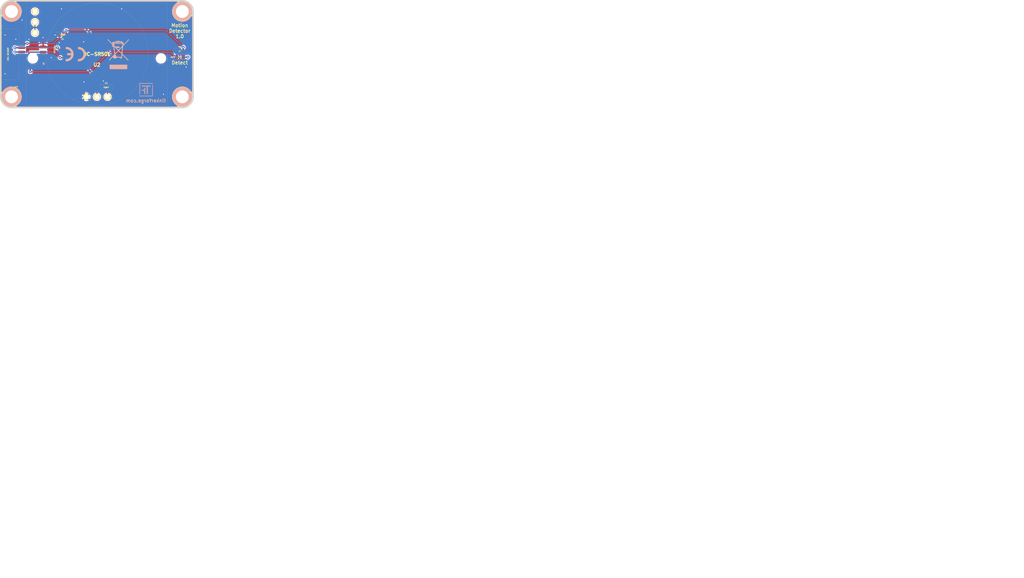
<source format=kicad_pcb>
(kicad_pcb (version 20221018) (generator pcbnew)
  (title_block (title "Motion Detector Bricklet") (rev "1.0") (company "Tinkerforge GmbH") (comment 1 "Licensed under CERN OHL v.1.1") (comment 2 "Copyright (©) 2013, B.Nordmeyer <bastian@tinkerforge.com>"))
  (layers (0 "F.Cu" signal "Vorderseite") (31 "B.Cu" signal "Rückseite") (34 "B.Paste" user) (35 "F.Paste" user) (36 "B.SilkS" user "B.Silkscreen") (37 "F.SilkS" user "F.Silkscreen") (38 "B.Mask" user) (39 "F.Mask" user) (44 "Edge.Cuts" user))
  (net 0 "")
  (net 1 "+5V")
  (net 2 "GND")
  (net 3 "N-0000010")
  (net 4 "N-0000013")
  (net 5 "N-0000014")
  (net 6 "N-000002")
  (net 7 "N-000003")
  (net 8 "N-000007")
  (net 9 "N-000009")
  (net 10 "VCC")
  (footprint "tinkerforge:SOIC8" (layer "F.Cu") (at 55.5 41.2 -90)
    (fp_text reference "U1" (at 3.29946 2.60096 270) (layer "F.SilkS") (effects (font (size 0.29972 0.29972) (thickness 0.0762))))
    (fp_text value "M24C64" (at 0 0 270) (layer "F.SilkS") (effects (font (size 0.29972 0.29972) (thickness 0.0762))))
    (pad "1" smd rect (at -1.90246 2.69748 90) (size 0.59944 1.5494) (layers "F.Cu" "F.Paste" "F.Mask") (net 2 "GND"))
    (pad "2" smd rect (at -0.63246 2.69748 90) (size 0.59944 1.5494) (layers "F.Cu" "F.Paste" "F.Mask") (net 2 "GND"))
    (pad "3" smd rect (at 0.63246 2.69748 90) (size 0.59944 1.5494) (layers "F.Cu" "F.Paste" "F.Mask") (net 8 "N-000007"))
    (pad "4" smd rect (at 1.90246 2.69748 90) (size 0.59944 1.5494) (layers "F.Cu" "F.Paste" "F.Mask") (net 2 "GND"))
    (pad "5" smd rect (at 1.90246 -2.69748 270) (size 0.59944 1.5494) (layers "F.Cu" "F.Paste" "F.Mask") (net 5 "N-0000014"))
    (pad "6" smd rect (at 0.63246 -2.69748 270) (size 0.59944 1.5494) (layers "F.Cu" "F.Paste" "F.Mask") (net 4 "N-0000013"))
    (pad "7" smd rect (at -0.63246 -2.69748 270) (size 0.59944 1.5494) (layers "F.Cu" "F.Paste" "F.Mask"))
    (pad "8" smd rect (at -1.90246 -2.69748 270) (size 0.59944 1.5494) (layers "F.Cu" "F.Paste" "F.Mask") (net 10 "VCC"))
  )
  (footprint "DRILL_NP" (layer "F.Cu") (at 85.4 32.3)
    (fp_text reference "U3" hide)
    (fp_text value "DRILL" hide)
    (pad "" thru_hole circle (at 0 0) (size 2.99974 2.99974) (drill 2.99974) (layers "*.Cu" "*.SilkS" "*.Mask") (clearance 0.89916))
  )
  (footprint "DRILL_NP" (layer "F.Cu") (at 45.4 52.3)
    (fp_text reference "U4" hide)
    (fp_text value "DRILL" hide)
    (pad "" thru_hole circle (at 0 0) (size 2.99974 2.99974) (drill 2.99974) (layers "*.Cu" "*.SilkS" "*.Mask") (clearance 0.89916))
  )
  (footprint "DRILL_NP" (layer "F.Cu") (at 45.4 32.3)
    (fp_text reference "U6" hide)
    (fp_text value "DRILL" hide)
    (pad "" thru_hole circle (at 0 0) (size 2.99974 2.99974) (drill 2.99974) (layers "*.Cu" "*.SilkS" "*.Mask") (clearance 0.89916))
  )
  (footprint "DRILL_NP" (layer "F.Cu") (at 85.4 52.3)
    (fp_text reference "U5" hide)
    (fp_text value "DRILL" hide)
    (pad "" thru_hole circle (at 0 0) (size 2.99974 2.99974) (drill 2.99974) (layers "*.Cu" "*.SilkS" "*.Mask") (clearance 0.89916))
  )
  (footprint "tinkerforge:CON-SENSOR" (layer "F.Cu") (at 43 42.3 -90)
    (fp_text reference "P1" (at 7.9502 -3.50012 270) (layer "F.SilkS") (effects (font (size 0.59944 0.59944) (thickness 0.12446))))
    (fp_text value "CON-SENSOR" (at 0 -1.6002 270) (layer "F.SilkS") (effects (font (size 0.29972 0.29972) (thickness 0.07112))))
    (pad "1" smd rect (at -4.50088 -4.7752 270) (size 0.59944 1.5494) (layers "F.Cu" "F.Paste" "F.Mask") (net 1 "+5V"))
    (pad "2" smd rect (at -3.50012 -4.7752 270) (size 0.59944 1.5494) (layers "F.Cu" "F.Paste" "F.Mask") (net 2 "GND"))
    (pad "3" smd rect (at -2.49936 -4.7752 270) (size 0.59944 1.5494) (layers "F.Cu" "F.Paste" "F.Mask") (net 10 "VCC"))
    (pad "4" smd rect (at -1.50114 -4.7752 270) (size 0.59944 1.5494) (layers "F.Cu" "F.Paste" "F.Mask") (net 4 "N-0000013"))
    (pad "5" smd rect (at -0.50038 -4.7752 270) (size 0.59944 1.5494) (layers "F.Cu" "F.Paste" "F.Mask") (net 5 "N-0000014"))
    (pad "6" smd rect (at 0.50038 -4.7752 270) (size 0.59944 1.5494) (layers "F.Cu" "F.Paste" "F.Mask") (net 8 "N-000007"))
    (pad "7" smd rect (at 1.50114 -4.7752 270) (size 0.59944 1.5494) (layers "F.Cu" "F.Paste" "F.Mask") (net 6 "N-000002"))
    (pad "8" smd rect (at 2.49936 -4.7752 270) (size 0.59944 1.5494) (layers "F.Cu" "F.Paste" "F.Mask") (net 9 "N-000009"))
    (pad "9" smd rect (at 3.50012 -4.7752 270) (size 0.59944 1.5494) (layers "F.Cu" "F.Paste" "F.Mask"))
    (pad "10" smd rect (at 4.50088 -4.7752 270) (size 0.59944 1.5494) (layers "F.Cu" "F.Paste" "F.Mask"))
    (pad "EP" smd rect (at -5.79882 -0.89916 270) (size 1.19888 1.80086) (layers "F.Cu" "F.Paste" "F.Mask") (net 2 "GND"))
    (pad "EP" smd rect (at 5.79882 -0.89916 270) (size 1.19888 1.80086) (layers "F.Cu" "F.Paste" "F.Mask") (net 2 "GND"))
  )
  (footprint "0603" (layer "F.Cu") (at 57.4 37.8 180)
    (fp_text reference "C1" (at 0 -1.00076 180) (layer "F.SilkS") (effects (font (size 0.29972 0.29972) (thickness 0.0762))))
    (fp_text value "100nF" (at 0 0 180) (layer "F.SilkS") (effects (font (size 0.29972 0.29972) (thickness 0.0762))))
    (pad "1" smd rect (at -0.8001 0 180) (size 0.8001 0.8001) (layers "F.Cu" "F.Paste" "F.Mask") (net 10 "VCC"))
    (pad "2" smd rect (at 0.8001 0 180) (size 0.8001 0.8001) (layers "F.Cu" "F.Paste" "F.Mask") (net 2 "GND"))
  )
  (footprint "0603" (layer "F.Cu") (at 84.8 41.6)
    (fp_text reference "R1" (at 0 -1.00076) (layer "F.SilkS") (effects (font (size 0.29972 0.29972) (thickness 0.0762))))
    (fp_text value "1k" (at 0 0) (layer "F.SilkS") (effects (font (size 0.29972 0.29972) (thickness 0.0762))))
    (pad "1" smd rect (at -0.8001 0) (size 0.8001 0.8001) (layers "F.Cu" "F.Paste" "F.Mask") (net 3 "N-0000010"))
    (pad "2" smd rect (at 0.8001 0) (size 0.8001 0.8001) (layers "F.Cu" "F.Paste" "F.Mask") (net 10 "VCC"))
  )
  (footprint "0603" (layer "F.Cu") (at 67.6 50.1)
    (fp_text reference "C2" (at 0 -1.00076) (layer "F.SilkS") (effects (font (size 0.29972 0.29972) (thickness 0.0762))))
    (fp_text value "100nF" (at 0 0) (layer "F.SilkS") (effects (font (size 0.29972 0.29972) (thickness 0.0762))))
    (pad "1" smd rect (at -0.8001 0) (size 0.8001 0.8001) (layers "F.Cu" "F.Paste" "F.Mask") (net 2 "GND"))
    (pad "2" smd rect (at 0.8001 0) (size 0.8001 0.8001) (layers "F.Cu" "F.Paste" "F.Mask") (net 1 "+5V"))
  )
  (footprint "tinkerforge:HC-SR501" (layer "F.Cu") (at 65.4 42.3)
    (fp_text reference "U2" (at 0 2.5) (layer "F.SilkS") (effects (font (size 0.8 0.8) (thickness 0.2))))
    (fp_text value "HC-SR501" (at 0 0) (layer "F.SilkS") (effects (font (size 0.8 0.8) (thickness 0.2))))
    (pad "" np_thru_hole circle (at -15 1) (size 2 2) (drill 2) (layers "*.Cu" "*.Mask" "F.SilkS"))
    (pad "" np_thru_hole circle (at 15 1) (size 2 2) (drill 2) (layers "*.Cu" "*.Mask" "F.SilkS"))
    (pad "1" thru_hole circle (at -14.5 -10) (size 1.5 1.5) (drill 0.9) (layers "*.Cu" "*.Mask" "F.SilkS"))
    (pad "2" thru_hole circle (at -14.5 -7.5) (size 1.5 1.5) (drill 0.9) (layers "*.Cu" "*.Mask" "F.SilkS") (net 7 "N-000003"))
    (pad "3" thru_hole circle (at -14.5 -5) (size 1.5 1.5) (drill 0.9) (layers "*.Cu" "*.Mask" "F.SilkS") (net 7 "N-000003"))
    (pad "4" thru_hole circle (at -2.5 10) (size 1.5 1.5) (drill 0.9) (layers "*.Cu" "*.Mask" "F.SilkS") (net 2 "GND"))
    (pad "5" thru_hole circle (at 0 10) (size 1.5 1.5) (drill 0.9) (layers "*.Cu" "*.Mask" "F.SilkS") (net 6 "N-000002"))
    (pad "6" thru_hole circle (at 2.5 10) (size 1.5 1.5) (drill 0.9) (layers "*.Cu" "*.Mask" "F.SilkS") (net 1 "+5V"))
  )
  (footprint "D0603" (layer "F.Cu") (at 84.8 43)
    (fp_text reference "D1" (at -1.82626 0.0254) (layer "F.SilkS") (effects (font (size 0.29972 0.29972) (thickness 0.0762))))
    (fp_text value "LED" (at 0.07366 -0.0762) (layer "F.SilkS") (effects (font (size 0.29972 0.29972) (thickness 0.0762))))
    (pad "1" smd rect (at -0.8001 0) (size 0.8001 0.8001) (layers "F.Cu" "F.Paste" "F.Mask") (net 3 "N-0000010"))
    (pad "2" smd rect (at 0.8001 0) (size 0.8001 0.8001) (layers "F.Cu" "F.Paste" "F.Mask") (net 9 "N-000009"))
  )
  (footprint "Fiducial_Mark" (layer "F.Cu") (at 50.4 52.3)
    (fp_text reference "Fiducial_Mark" hide)
    (fp_text value "VAL**" hide)
    (pad "1" smd circle (at 0 0) (size 1.00076 1.00076) (layers "F.Cu" "F.Mask") (clearance 0.65024))
  )
  (footprint "Fiducial_Mark" (layer "F.Cu") (at 80.4 32.3)
    (fp_text reference "Fiducial_Mark" hide)
    (fp_text value "VAL**" hide)
    (pad "1" smd circle (at 0 0) (size 1.00076 1.00076) (layers "F.Cu" "F.Mask") (clearance 0.65024))
  )
  (footprint "WEEE_7mm" (layer "B.Cu") (at 70.4 42.3)
    (fp_text reference "VAL" hide)
    (fp_text value "WEEE_7mm" hide)
  )
  (footprint "CE_5mm" (layer "B.Cu") (at 60.4 42.3 180)
    (fp_text reference "VAL" hide)
    (fp_text value "CE_5mm" hide)
  )
  (footprint "Logo_31x31m" (layer "B.Cu") (at 75.35 49.05)
    (fp_text reference "G***" hide)
    (fp_text value "LOGO" hide)
  )
  (gr_arc (start 85.4 29.8) (mid 87.167767 30.532233) (end 87.9 32.3) (stroke (width 0.381)) (layer "Edge.Cuts"))
  (gr_arc (start 42.9 32.3) (mid 43.632233 30.532233) (end 45.4 29.8) (stroke (width 0.381)) (layer "Edge.Cuts"))
  (gr_arc (start 45.4 54.8) (mid 43.632233 54.067767) (end 42.9 52.3) (stroke (width 0.381)) (layer "Edge.Cuts"))
  (gr_arc (start 87.9 52.3) (mid 87.167767 54.067767) (end 85.4 54.8) (stroke (width 0.381)) (layer "Edge.Cuts"))
  (gr_line (start 42.9 32.3) (end 42.9 52.3) (stroke (width 0.381)) (layer "Edge.Cuts"))
  (gr_line (start 87.9 52.3) (end 87.9 32.3) (stroke (width 0.381)) (layer "Edge.Cuts"))
  (gr_line (start 45.4 29.8) (end 85.3 29.8) (stroke (width 0.381)) (layer "Edge.Cuts"))
  (gr_line (start 45.4 54.8) (end 85.3 54.8) (stroke (width 0.381)) (layer "Edge.Cuts"))
  (gr_text "tinkerforge.com" (at 76.85 53.2) (layer "B.SilkS") (effects (font (size 0.8 0.8)) (justify mirror)))
  (gr_text "Motion\nDetector\n1.0" (at 84.8 36.85) (layer "F.SilkS") (effects (font (size 0.8 0.8))))
  (gr_text "Detect" (at 84.8 44.3) (layer "F.SilkS") (effects (font (size 0.8 0.8))))
  (segment (start 67.9 51.2) (end 68.4001 50.6999) (width 0.29972) (layer "F.Cu") (net 1))
  (segment (start 68.4001 50.6999) (end 68.4001 50.1) (width 0.29972) (layer "F.Cu") (net 1))
  (segment (start 47.7752 37.6248) (end 49.35 36.05) (width 0.29972) (layer "F.Cu") (net 1))
  (segment (start 49.35 36.05) (end 62.55 36.05) (width 0.29972) (layer "F.Cu") (net 1))
  (segment (start 62.55 36.05) (end 68.4001 41.9001) (width 0.29972) (layer "F.Cu") (net 1))
  (segment (start 68.4001 41.9001) (end 68.4001 50.1) (width 0.29972) (layer "F.Cu") (net 1))
  (segment (start 67.9 52.3) (end 67.9 51.2) (width 0.29972) (layer "F.Cu") (net 1))
  (segment (start 47.7752 37.79912) (end 47.7752 37.6248) (width 0.29972) (layer "F.Cu") (net 1))
  (segment (start 62.3999 51.7999) (end 62.9 52.3) (width 0.29972) (layer "F.Cu") (net 2))
  (segment (start 66.7999 48.7001) (end 66.9 48.6) (width 0.29972) (layer "F.Cu") (net 2))
  (segment (start 62.4 48.8) (end 62.3999 48.8001) (width 0.29972) (layer "F.Cu") (net 2))
  (segment (start 62.3999 48.8001) (end 62.3999 50.1) (width 0.29972) (layer "F.Cu") (net 2))
  (segment (start 52.80252 38.40252) (end 52.8 38.4) (width 0.29972) (layer "F.Cu") (net 2))
  (segment (start 55.6 37.8) (end 56.5999 37.8) (width 0.29972) (layer "F.Cu") (net 2))
  (segment (start 49.5 38.8) (end 49.49988 38.79988) (width 0.29972) (layer "F.Cu") (net 2))
  (segment (start 49.49988 38.79988) (end 47.7752 38.79988) (width 0.29972) (layer "F.Cu") (net 2))
  (segment (start 46.40012 38.79988) (end 46.4 38.8) (width 0.29972) (layer "F.Cu") (net 2))
  (segment (start 43.9 37.8) (end 43.89916 37.79916) (width 0.29972) (layer "F.Cu") (net 2))
  (segment (start 43.89916 37.79916) (end 43.89916 36.50118) (width 0.29972) (layer "F.Cu") (net 2))
  (segment (start 43.9 46.9) (end 43.89916 46.90084) (width 0.29972) (layer "F.Cu") (net 2))
  (segment (start 43.89916 46.90084) (end 43.89916 48.09882) (width 0.29972) (layer "F.Cu") (net 2))
  (segment (start 81 50.6) (end 86.3 45.3) (width 0.29972) (layer "F.Cu") (net 2))
  (segment (start 74.3 34.8) (end 71.2 31.7) (width 0.29972) (layer "F.Cu") (net 2))
  (segment (start 46.4 35.8) (end 47.9 34.3) (width 0.29972) (layer "F.Cu") (net 2))
  (segment (start 56.5999 39.5999) (end 56.6 39.6) (width 0.29972) (layer "F.Cu") (net 2))
  (segment (start 81 48) (end 82.3 46.7) (width 0.29972) (layer "F.Cu") (net 2))
  (segment (start 82.3 46.7) (end 82.3 35.7) (width 0.29972) (layer "F.Cu") (net 2))
  (segment (start 82.3 35.7) (end 83.2 34.8) (width 0.29972) (layer "F.Cu") (net 2))
  (segment (start 54.69754 43.10246) (end 54.7 43.1) (width 0.29972) (layer "F.Cu") (net 2))
  (segment (start 81 50.4) (end 81 48) (width 0.29972) (layer "F.Cu") (net 2))
  (segment (start 81 51.7) (end 81 50.6) (width 0.29972) (layer "F.Cu") (net 2))
  (segment (start 46.4 38.8) (end 46.4 35.8) (width 0.29972) (layer "F.Cu") (net 2))
  (segment (start 47.7752 38.79988) (end 46.40012 38.79988) (width 0.29972) (layer "F.Cu") (net 2))
  (segment (start 81 51.7) (end 81 50.4) (width 0.29972) (layer "F.Cu") (net 2))
  (segment (start 83.2 34.8) (end 74.3 34.8) (width 0.29972) (layer "F.Cu") (net 2))
  (segment (start 62.3999 50.1) (end 62.3999 51.7999) (width 0.29972) (layer "F.Cu") (net 2))
  (segment (start 56.5999 39.5999) (end 56.5999 37.8) (width 0.29972) (layer "F.Cu") (net 2))
  (segment (start 52.80252 39.29754) (end 52.80252 38.40252) (width 0.29972) (layer "F.Cu") (net 2))
  (segment (start 52.80252 43.10246) (end 54.69754 43.10246) (width 0.29972) (layer "F.Cu") (net 2))
  (segment (start 66.7999 50.1) (end 66.7999 48.7001) (width 0.29972) (layer "F.Cu") (net 2))
  (segment (start 52.80252 40.56754) (end 52.80252 39.29754) (width 0.29972) (layer "F.Cu") (net 2))
  (via (at 54.7 43.1) (size 0.70104) (drill 0.24892) (layers "F.Cu" "B.Cu") (net 2))
  (via (at 71.2 31.7) (size 0.70104) (drill 0.24892) (layers "F.Cu" "B.Cu") (net 2))
  (via (at 46.4 38.8) (size 0.70104) (drill 0.24892) (layers "F.Cu" "B.Cu") (net 2))
  (via (at 62.4 48.8) (size 0.70104) (drill 0.24892) (layers "F.Cu" "B.Cu") (net 2))
  (via (at 55.6 37.8) (size 0.70104) (drill 0.24892) (layers "F.Cu" "B.Cu") (net 2))
  (via (at 49.5 38.8) (size 0.70104) (drill 0.24892) (layers "F.Cu" "B.Cu") (net 2))
  (via (at 43.9 37.8) (size 0.70104) (drill 0.24892) (layers "F.Cu" "B.Cu") (net 2))
  (via (at 66.9 48.6) (size 0.70104) (drill 0.24892) (layers "F.Cu" "B.Cu") (net 2))
  (via (at 86.3 45.3) (size 0.70104) (drill 0.24892) (layers "F.Cu" "B.Cu") (net 2))
  (via (at 62.3 39.4) (size 0.70104) (drill 0.24892) (layers "F.Cu" "B.Cu") (net 2))
  (via (at 43.9 46.9) (size 0.70104) (drill 0.24892) (layers "F.Cu" "B.Cu") (net 2))
  (via (at 56.6 39.6) (size 0.70104) (drill 0.24892) (layers "F.Cu" "B.Cu") (net 2))
  (via (at 81 51.7) (size 0.70104) (drill 0.24892) (layers "F.Cu" "B.Cu") (net 2))
  (via (at 47.9 34.3) (size 0.70104) (drill 0.24892) (layers "F.Cu" "B.Cu") (net 2))
  (via (at 52.8 38.4) (size 0.70104) (drill 0.24892) (layers "F.Cu" "B.Cu") (net 2))
  (via (at 57.1 31.7) (size 0.70104) (drill 0.24892) (layers "F.Cu" "B.Cu") (net 2))
  (segment (start 66.9 48.6) (end 66.7 48.8) (width 0.29972) (layer "B.Cu") (net 2))
  (segment (start 66.7 48.8) (end 62.4 48.8) (width 0.29972) (layer "B.Cu") (net 2))
  (segment (start 52.8 38.4) (end 53.4 37.8) (width 0.29972) (layer "B.Cu") (net 2))
  (segment (start 53.4 37.8) (end 55.6 37.8) (width 0.29972) (layer "B.Cu") (net 2))
  (segment (start 52.6 38.4) (end 52.2 38.8) (width 0.29972) (layer "B.Cu") (net 2))
  (segment (start 52.2 38.8) (end 49.5 38.8) (width 0.29972) (layer "B.Cu") (net 2))
  (segment (start 46.4 38.8) (end 45.4 37.8) (width 0.29972) (layer "B.Cu") (net 2))
  (segment (start 45.4 37.8) (end 43.9 37.8) (width 0.29972) (layer "B.Cu") (net 2))
  (segment (start 46.5 46.9) (end 43.9 46.9) (width 0.29972) (layer "B.Cu") (net 2))
  (segment (start 51.9 52.3) (end 46.5 46.9) (width 0.29972) (layer "B.Cu") (net 2))
  (segment (start 77.9 48.6) (end 81 51.7) (width 0.29972) (layer "B.Cu") (net 2))
  (segment (start 71.2 31.7) (end 57.1 31.7) (width 0.29972) (layer "B.Cu") (net 2))
  (segment (start 62.1 39.6) (end 62.3 39.4) (width 0.29972) (layer "B.Cu") (net 2))
  (segment (start 54.7 43.1) (end 55.8 44.2) (width 0.29972) (layer "B.Cu") (net 2))
  (segment (start 55.8 44.2) (end 59.6 44.2) (width 0.29972) (layer "B.Cu") (net 2))
  (segment (start 59.6 44.2) (end 62.3 41.5) (width 0.29972) (layer "B.Cu") (net 2))
  (segment (start 62.3 41.5) (end 62.3 39.4) (width 0.29972) (layer "B.Cu") (net 2))
  (segment (start 43.9 37.8) (end 43.9 46.9) (width 0.29972) (layer "B.Cu") (net 2))
  (segment (start 56.6 39.6) (end 62.1 39.6) (width 0.29972) (layer "B.Cu") (net 2))
  (segment (start 66.9 48.6) (end 77.9 48.6) (width 0.29972) (layer "B.Cu") (net 2))
  (segment (start 52.8 38.4) (end 52.6 38.4) (width 0.29972) (layer "B.Cu") (net 2))
  (segment (start 62.9 52.3) (end 51.9 52.3) (width 0.29972) (layer "B.Cu") (net 2))
  (segment (start 83.9999 43) (end 83.9999 41.6) (width 0.29972) (layer "F.Cu") (net 3))
  (segment (start 57.23246 41.83246) (end 56.2 40.8) (width 0.29972) (layer "F.Cu") (net 4))
  (segment (start 46.2 40.8) (end 46.20114 40.79886) (width 0.29972) (layer "F.Cu") (net 4))
  (segment (start 46.20114 40.79886) (end 47.7752 40.79886) (width 0.29972) (layer "F.Cu") (net 4))
  (segment (start 58.19748 41.83246) (end 57.23246 41.83246) (width 0.29972) (layer "F.Cu") (net 4))
  (via (at 46.2 40.8) (size 0.70104) (drill 0.24892) (layers "F.Cu" "B.Cu") (net 4))
  (via (at 56.2 40.8) (size 0.70104) (drill 0.24892) (layers "F.Cu" "B.Cu") (net 4))
  (segment (start 56.2 40.8) (end 46.2 40.8) (width 0.29972) (layer "B.Cu") (net 4))
  (segment (start 56.80246 43.10246) (end 56.8 43.1) (width 0.29972) (layer "F.Cu") (net 5))
  (segment (start 46.2 41.8) (end 46.20038 41.79962) (width 0.29972) (layer "F.Cu") (net 5))
  (segment (start 46.20038 41.79962) (end 47.7752 41.79962) (width 0.29972) (layer "F.Cu") (net 5))
  (segment (start 58.19748 43.10246) (end 56.80246 43.10246) (width 0.29972) (layer "F.Cu") (net 5))
  (via (at 56.8 43.1) (size 0.70104) (drill 0.24892) (layers "F.Cu" "B.Cu") (net 5))
  (via (at 46.2 41.8) (size 0.70104) (drill 0.24892) (layers "F.Cu" "B.Cu") (net 5))
  (segment (start 56.8 43.1) (end 55.5 41.8) (width 0.29972) (layer "B.Cu") (net 5))
  (segment (start 55.5 41.8) (end 46.2 41.8) (width 0.29972) (layer "B.Cu") (net 5))
  (segment (start 48.65114 43.80114) (end 50.05 45.2) (width 0.29972) (layer "F.Cu") (net 6))
  (segment (start 50.05 45.2) (end 62.75 45.2) (width 0.29972) (layer "F.Cu") (net 6))
  (segment (start 62.75 45.2) (end 65.4 47.85) (width 0.29972) (layer "F.Cu") (net 6))
  (segment (start 65.4 47.85) (end 65.4 52.3) (width 0.29972) (layer "F.Cu") (net 6))
  (segment (start 47.7752 43.80114) (end 48.65114 43.80114) (width 0.29972) (layer "F.Cu") (net 6))
  (segment (start 50.9 37.3) (end 50.9 34.8) (width 0.29972) (layer "B.Cu") (net 7))
  (segment (start 49.76754 41.83246) (end 48.79962 42.80038) (width 0.29972) (layer "F.Cu") (net 8))
  (segment (start 48.79962 42.80038) (end 47.7752 42.80038) (width 0.29972) (layer "F.Cu") (net 8))
  (segment (start 52.80252 41.83246) (end 49.76754 41.83246) (width 0.29972) (layer "F.Cu") (net 8))
  (segment (start 86.7 43) (end 85.6001 43) (width 0.29972) (layer "F.Cu") (net 9))
  (segment (start 48.69936 44.79936) (end 49.8 45.9) (width 0.29972) (layer "F.Cu") (net 9))
  (segment (start 49.8 45.9) (end 49.8 46.4) (width 0.29972) (layer "F.Cu") (net 9))
  (segment (start 47.7752 44.79936) (end 48.69936 44.79936) (width 0.29972) (layer "F.Cu") (net 9))
  (via (at 86.7 43) (size 0.70104) (drill 0.24892) (layers "F.Cu" "B.Cu") (net 9))
  (via (at 49.8 46.4) (size 0.70104) (drill 0.24892) (layers "F.Cu" "B.Cu") (net 9))
  (segment (start 64.8 45.3) (end 67.1 43) (width 0.29972) (layer "B.Cu") (net 9))
  (segment (start 83.9 43) (end 82.8 41.9) (width 0.29972) (layer "B.Cu") (net 9))
  (segment (start 82.8 41.9) (end 68.2 41.9) (width 0.29972) (layer "B.Cu") (net 9))
  (segment (start 68.2 41.9) (end 67.1 43) (width 0.29972) (layer "B.Cu") (net 9))
  (segment (start 63.7 46.4) (end 64.8 45.3) (width 0.29972) (layer "B.Cu") (net 9))
  (segment (start 86.7 43) (end 83.9 43) (width 0.29972) (layer "B.Cu") (net 9))
  (segment (start 49.8 46.4) (end 63.7 46.4) (width 0.29972) (layer "B.Cu") (net 9))
  (segment (start 58.19748 37.80262) (end 58.2001 37.8) (width 0.29972) (layer "F.Cu") (net 10))
  (segment (start 58.2001 36.8001) (end 58.2 36.8) (width 0.29972) (layer "F.Cu") (net 10))
  (segment (start 49.1 39.8) (end 49.09936 39.80064) (width 0.29972) (layer "F.Cu") (net 10))
  (segment (start 49.09936 39.80064) (end 47.7752 39.80064) (width 0.29972) (layer "F.Cu") (net 10))
  (segment (start 85.6001 40.7001) (end 85.6 40.7) (width 0.29972) (layer "F.Cu") (net 10))
  (segment (start 58.2001 37.8) (end 58.2001 36.8001) (width 0.29972) (layer "F.Cu") (net 10))
  (segment (start 58.19748 39.29754) (end 58.19748 37.80262) (width 0.29972) (layer "F.Cu") (net 10))
  (segment (start 85.6001 41.6) (end 85.6001 40.7001) (width 0.29972) (layer "F.Cu") (net 10))
  (via (at 58.2 36.8) (size 0.70104) (drill 0.24892) (layers "F.Cu" "B.Cu") (net 10))
  (via (at 85.6 40.7) (size 0.70104) (drill 0.24892) (layers "F.Cu" "B.Cu") (net 10))
  (via (at 49.1 39.8) (size 0.70104) (drill 0.24892) (layers "F.Cu" "B.Cu") (net 10))
  (segment (start 58.2 36.8) (end 55.2 39.8) (width 0.29972) (layer "B.Cu") (net 10))
  (segment (start 55.2 39.8) (end 49.1 39.8) (width 0.29972) (layer "B.Cu") (net 10))
  (segment (start 85.6 40.7) (end 81.7 36.8) (width 0.29972) (layer "B.Cu") (net 10))
  (segment (start 81.7 36.8) (end 58.2 36.8) (width 0.29972) (layer "B.Cu") (net 10))
  (zone (net 2) (net_name "GND") (layer "F.Cu") (connect_pads (clearance 0.24892)) (min_thickness 0.24892) (fill yes (thermal_gap 0.29972) (thermal_bridge_width 0.29972))
    (polygon (pts (xy 42.9 54.8) (xy 87.9 54.8) (xy 87.9 29.8) (xy 42.9 29.8)))
  )
  (zone (net 2) (net_name "GND") (layer "B.Cu") (connect_pads (clearance 0.24892)) (min_thickness 0.24892) (fill yes (thermal_gap 0.29972) (thermal_bridge_width 0.29972))
    (polygon (pts (xy 42.9 29.8) (xy 87.9 29.8) (xy 87.9 54.8) (xy 42.9 54.8)))
  )
)
</source>
